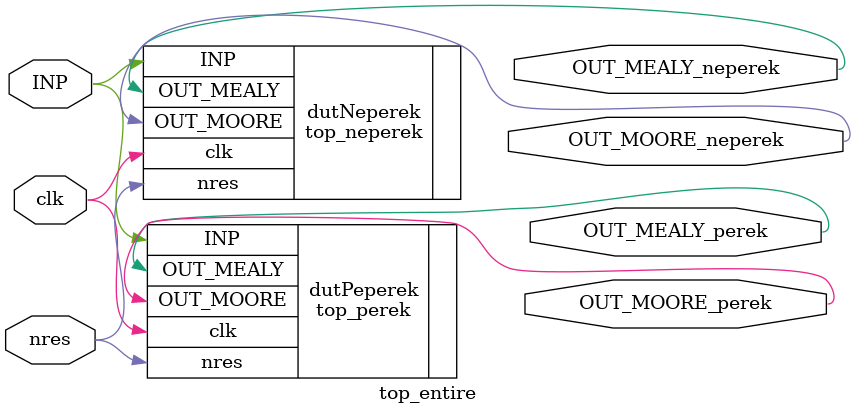
<source format=sv>
module top_entire (clk, nres, INP, OUT_MOORE_neperek, OUT_MOORE_perek,OUT_MEALY_neperek, OUT_MEALY_perek);

input logic clk, nres, INP;
output logic OUT_MOORE_neperek, OUT_MOORE_perek,OUT_MEALY_neperek, OUT_MEALY_perek;

top_neperek dutNeperek (.clk(clk), .nres(nres), .INP(INP), .OUT_MOORE(OUT_MOORE_neperek), .OUT_MEALY(OUT_MEALY_neperek));
top_perek dutPeperek (.clk(clk), .nres(nres), .INP(INP), .OUT_MOORE(OUT_MOORE_perek), .OUT_MEALY(OUT_MEALY_perek));


endmodule

</source>
